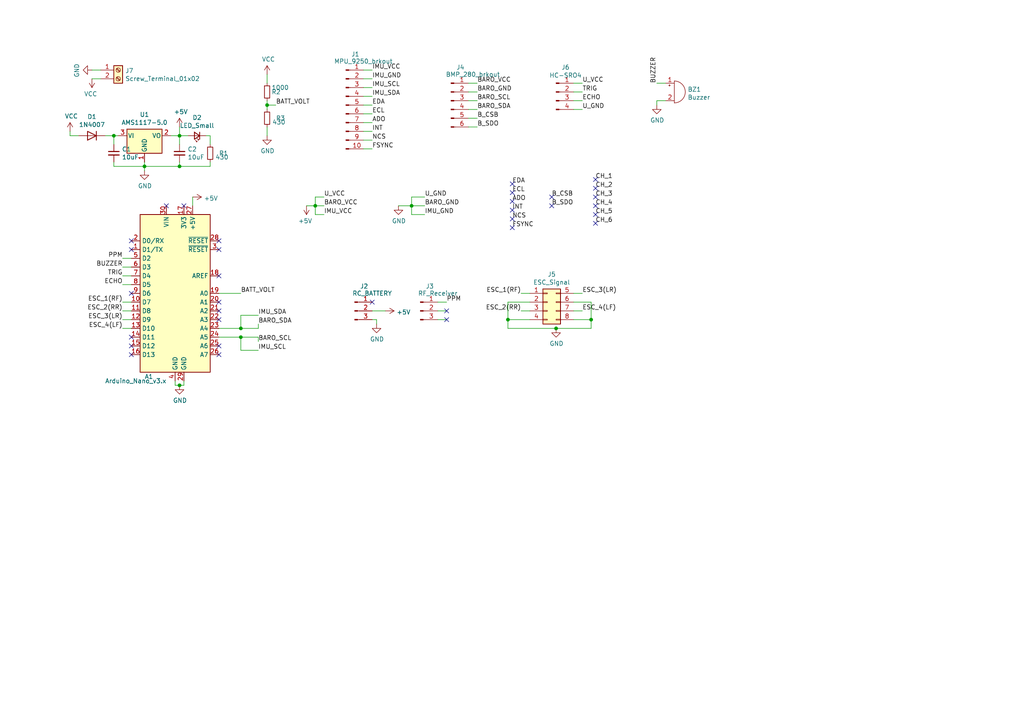
<source format=kicad_sch>
(kicad_sch (version 20211123) (generator eeschema)
  (paper "A4")
  (lib_symbols
    (symbol "Connector:Conn_01x03_Male" (pin_names (offset 1.016) hide)
      (property "Reference" "J" (at 0 5.08 0))
      (property "Value" "Conn_01x03_Male" (at 0 -5.08 0))
      (symbol "Conn_01x03_Male_1_1"
        (polyline (pts (xy 1.27 -2.54) (xy 0.8636 -2.54)) (stroke (width 0.1524)))
        (polyline (pts (xy 1.27 0) (xy 0.8636 0)) (stroke (width 0.1524)))
        (polyline (pts (xy 1.27 2.54) (xy 0.8636 2.54)) (stroke (width 0.1524)))
        (rectangle (start 0.8636 -2.413) (end 0 -2.667) (stroke (width 0.1524)) (fill (type outline)))
        (rectangle (start 0.8636 0.127) (end 0 -0.127) (stroke (width 0.1524)) (fill (type outline)))
        (rectangle (start 0.8636 2.667) (end 0 2.413) (stroke (width 0.1524)) (fill (type outline)))
        (pin passive line (at 5.08 2.54 180) (length 3.81) (name "Pin_1") (number "1"))
        (pin passive line (at 5.08 0 180) (length 3.81) (name "Pin_2") (number "2"))
        (pin passive line (at 5.08 -2.54 180) (length 3.81) (name "Pin_3") (number "3"))
      )
    )
    (symbol "Connector:Conn_01x04_Male" (pin_names (offset 1.016) hide)
      (property "Reference" "J" (at 0 5.08 0))
      (property "Value" "Conn_01x04_Male" (at 0 -7.62 0))
      (symbol "Conn_01x04_Male_1_1"
        (polyline (pts (xy 1.27 -5.08) (xy 0.8636 -5.08)) (stroke (width 0.1524)))
        (polyline (pts (xy 1.27 -2.54) (xy 0.8636 -2.54)) (stroke (width 0.1524)))
        (polyline (pts (xy 1.27 0) (xy 0.8636 0)) (stroke (width 0.1524)))
        (polyline (pts (xy 1.27 2.54) (xy 0.8636 2.54)) (stroke (width 0.1524)))
        (rectangle (start 0.8636 -4.953) (end 0 -5.207) (stroke (width 0.1524)) (fill (type outline)))
        (rectangle (start 0.8636 -2.413) (end 0 -2.667) (stroke (width 0.1524)) (fill (type outline)))
        (rectangle (start 0.8636 0.127) (end 0 -0.127) (stroke (width 0.1524)) (fill (type outline)))
        (rectangle (start 0.8636 2.667) (end 0 2.413) (stroke (width 0.1524)) (fill (type outline)))
        (pin passive line (at 5.08 2.54 180) (length 3.81) (name "Pin_1") (number "1"))
        (pin passive line (at 5.08 0 180) (length 3.81) (name "Pin_2") (number "2"))
        (pin passive line (at 5.08 -2.54 180) (length 3.81) (name "Pin_3") (number "3"))
        (pin passive line (at 5.08 -5.08 180) (length 3.81) (name "Pin_4") (number "4"))
      )
    )
    (symbol "Connector:Conn_01x06_Male" (pin_names (offset 1.016) hide)
      (property "Reference" "J" (at 0 7.62 0))
      (property "Value" "Conn_01x06_Male" (at 0 -10.16 0))
      (symbol "Conn_01x06_Male_1_1"
        (polyline (pts (xy 1.27 -7.62) (xy 0.8636 -7.62)) (stroke (width 0.1524)))
        (polyline (pts (xy 1.27 -5.08) (xy 0.8636 -5.08)) (stroke (width 0.1524)))
        (polyline (pts (xy 1.27 -2.54) (xy 0.8636 -2.54)) (stroke (width 0.1524)))
        (polyline (pts (xy 1.27 0) (xy 0.8636 0)) (stroke (width 0.1524)))
        (polyline (pts (xy 1.27 2.54) (xy 0.8636 2.54)) (stroke (width 0.1524)))
        (polyline (pts (xy 1.27 5.08) (xy 0.8636 5.08)) (stroke (width 0.1524)))
        (rectangle (start 0.8636 -7.493) (end 0 -7.747) (stroke (width 0.1524)) (fill (type outline)))
        (rectangle (start 0.8636 -4.953) (end 0 -5.207) (stroke (width 0.1524)) (fill (type outline)))
        (rectangle (start 0.8636 -2.413) (end 0 -2.667) (stroke (width 0.1524)) (fill (type outline)))
        (rectangle (start 0.8636 0.127) (end 0 -0.127) (stroke (width 0.1524)) (fill (type outline)))
        (rectangle (start 0.8636 2.667) (end 0 2.413) (stroke (width 0.1524)) (fill (type outline)))
        (rectangle (start 0.8636 5.207) (end 0 4.953) (stroke (width 0.1524)) (fill (type outline)))
        (pin passive line (at 5.08 5.08 180) (length 3.81) (name "Pin_1") (number "1"))
        (pin passive line (at 5.08 2.54 180) (length 3.81) (name "Pin_2") (number "2"))
        (pin passive line (at 5.08 0 180) (length 3.81) (name "Pin_3") (number "3"))
        (pin passive line (at 5.08 -2.54 180) (length 3.81) (name "Pin_4") (number "4"))
        (pin passive line (at 5.08 -5.08 180) (length 3.81) (name "Pin_5") (number "5"))
        (pin passive line (at 5.08 -7.62 180) (length 3.81) (name "Pin_6") (number "6"))
      )
    )
    (symbol "Connector:Conn_01x10_Male" (pin_names (offset 1.016) hide)
      (property "Reference" "J" (at 0 12.7 0))
      (property "Value" "Conn_01x10_Male" (at 0 -15.24 0))
      (symbol "Conn_01x10_Male_1_1"
        (polyline (pts (xy 1.27 -12.7) (xy 0.8636 -12.7)) (stroke (width 0.1524)))
        (polyline (pts (xy 1.27 -10.16) (xy 0.8636 -10.16)) (stroke (width 0.1524)))
        (polyline (pts (xy 1.27 -7.62) (xy 0.8636 -7.62)) (stroke (width 0.1524)))
        (polyline (pts (xy 1.27 -5.08) (xy 0.8636 -5.08)) (stroke (width 0.1524)))
        (polyline (pts (xy 1.27 -2.54) (xy 0.8636 -2.54)) (stroke (width 0.1524)))
        (polyline (pts (xy 1.27 0) (xy 0.8636 0)) (stroke (width 0.1524)))
        (polyline (pts (xy 1.27 2.54) (xy 0.8636 2.54)) (stroke (width 0.1524)))
        (polyline (pts (xy 1.27 5.08) (xy 0.8636 5.08)) (stroke (width 0.1524)))
        (polyline (pts (xy 1.27 7.62) (xy 0.8636 7.62)) (stroke (width 0.1524)))
        (polyline (pts (xy 1.27 10.16) (xy 0.8636 10.16)) (stroke (width 0.1524)))
        (rectangle (start 0.8636 -12.573) (end 0 -12.827) (stroke (width 0.1524)) (fill (type outline)))
        (rectangle (start 0.8636 -10.033) (end 0 -10.287) (stroke (width 0.1524)) (fill (type outline)))
        (rectangle (start 0.8636 -7.493) (end 0 -7.747) (stroke (width 0.1524)) (fill (type outline)))
        (rectangle (start 0.8636 -4.953) (end 0 -5.207) (stroke (width 0.1524)) (fill (type outline)))
        (rectangle (start 0.8636 -2.413) (end 0 -2.667) (stroke (width 0.1524)) (fill (type outline)))
        (rectangle (start 0.8636 0.127) (end 0 -0.127) (stroke (width 0.1524)) (fill (type outline)))
        (rectangle (start 0.8636 2.667) (end 0 2.413) (stroke (width 0.1524)) (fill (type outline)))
        (rectangle (start 0.8636 5.207) (end 0 4.953) (stroke (width 0.1524)) (fill (type outline)))
        (rectangle (start 0.8636 7.747) (end 0 7.493) (stroke (width 0.1524)) (fill (type outline)))
        (rectangle (start 0.8636 10.287) (end 0 10.033) (stroke (width 0.1524)) (fill (type outline)))
        (pin passive line (at 5.08 10.16 180) (length 3.81) (name "Pin_1") (number "1"))
        (pin passive line (at 5.08 -12.7 180) (length 3.81) (name "Pin_10") (number "10"))
        (pin passive line (at 5.08 7.62 180) (length 3.81) (name "Pin_2") (number "2"))
        (pin passive line (at 5.08 5.08 180) (length 3.81) (name "Pin_3") (number "3"))
        (pin passive line (at 5.08 2.54 180) (length 3.81) (name "Pin_4") (number "4"))
        (pin passive line (at 5.08 0 180) (length 3.81) (name "Pin_5") (number "5"))
        (pin passive line (at 5.08 -2.54 180) (length 3.81) (name "Pin_6") (number "6"))
        (pin passive line (at 5.08 -5.08 180) (length 3.81) (name "Pin_7") (number "7"))
        (pin passive line (at 5.08 -7.62 180) (length 3.81) (name "Pin_8") (number "8"))
        (pin passive line (at 5.08 -10.16 180) (length 3.81) (name "Pin_9") (number "9"))
      )
    )
    (symbol "Connector:Screw_Terminal_01x02" (pin_names (offset 1.016) hide)
      (property "Reference" "J" (at 0 2.54 0))
      (property "Value" "Screw_Terminal_01x02" (at 0 -5.08 0))
      (symbol "Screw_Terminal_01x02_1_1"
        (rectangle (start -1.27 1.27) (end 1.27 -3.81) (stroke (width 0.254)) (fill (type background)))
        (circle (center 0 -2.54) (radius 0.635) (stroke (width 0.1524)))
        (polyline (pts (xy -0.5334 -2.2098) (xy 0.3302 -3.048)) (stroke (width 0.1524)))
        (polyline (pts (xy -0.5334 0.3302) (xy 0.3302 -0.508)) (stroke (width 0.1524)))
        (polyline (pts (xy -0.3556 -2.032) (xy 0.508 -2.8702)) (stroke (width 0.1524)))
        (polyline (pts (xy -0.3556 0.508) (xy 0.508 -0.3302)) (stroke (width 0.1524)))
        (circle (center 0 0) (radius 0.635) (stroke (width 0.1524)))
        (pin passive line (at -5.08 0 0) (length 3.81) (name "Pin_1") (number "1"))
        (pin passive line (at -5.08 -2.54 0) (length 3.81) (name "Pin_2") (number "2"))
      )
    )
    (symbol "Connector_Generic:Conn_02x04_Top_Bottom" (pin_names (offset 1.016) hide)
      (property "Reference" "J" (at 1.27 5.08 0))
      (property "Value" "Conn_02x04_Top_Bottom" (at 1.27 -7.62 0))
      (symbol "Conn_02x04_Top_Bottom_1_1"
        (rectangle (start -1.27 -4.953) (end 0 -5.207) (stroke (width 0.1524)))
        (rectangle (start -1.27 -2.413) (end 0 -2.667) (stroke (width 0.1524)))
        (rectangle (start -1.27 0.127) (end 0 -0.127) (stroke (width 0.1524)))
        (rectangle (start -1.27 2.667) (end 0 2.413) (stroke (width 0.1524)))
        (rectangle (start -1.27 3.81) (end 3.81 -6.35) (stroke (width 0.254)) (fill (type background)))
        (rectangle (start 3.81 -4.953) (end 2.54 -5.207) (stroke (width 0.1524)))
        (rectangle (start 3.81 -2.413) (end 2.54 -2.667) (stroke (width 0.1524)))
        (rectangle (start 3.81 0.127) (end 2.54 -0.127) (stroke (width 0.1524)))
        (rectangle (start 3.81 2.667) (end 2.54 2.413) (stroke (width 0.1524)))
        (pin passive line (at -5.08 2.54 0) (length 3.81) (name "Pin_1") (number "1"))
        (pin passive line (at -5.08 0 0) (length 3.81) (name "Pin_2") (number "2"))
        (pin passive line (at -5.08 -2.54 0) (length 3.81) (name "Pin_3") (number "3"))
        (pin passive line (at -5.08 -5.08 0) (length 3.81) (name "Pin_4") (number "4"))
        (pin passive line (at 7.62 2.54 180) (length 3.81) (name "Pin_5") (number "5"))
        (pin passive line (at 7.62 0 180) (length 3.81) (name "Pin_6") (number "6"))
        (pin passive line (at 7.62 -2.54 180) (length 3.81) (name "Pin_7") (number "7"))
        (pin passive line (at 7.62 -5.08 180) (length 3.81) (name "Pin_8") (number "8"))
      )
    )
    (symbol "Device:Buzzer" (pin_names (offset 0.0254) hide)
      (property "Reference" "BZ" (at 3.81 1.27 0))
      (property "Value" "Buzzer" (at 3.81 -1.27 0))
      (symbol "Buzzer_0_1"
        (arc (start 0 -3.175) (mid 3.175 0) (end 0 3.175))
        (polyline (pts (xy -1.651 1.905) (xy -1.143 1.905)))
        (polyline (pts (xy -1.397 2.159) (xy -1.397 1.651)))
        (polyline (pts (xy 0 3.175) (xy 0 -3.175)))
      )
      (symbol "Buzzer_1_1"
        (pin passive line (at -2.54 2.54 0) (length 2.54) (name "-") (number "1"))
        (pin passive line (at -2.54 -2.54 0) (length 2.54) (name "+") (number "2"))
      )
    )
    (symbol "Device:C_Small" (pin_numbers hide) (pin_names (offset 0.254) hide)
      (property "Reference" "C" (at 0.254 1.778 0))
      (property "Value" "C_Small" (at 0.254 -2.032 0))
      (symbol "C_Small_0_1"
        (polyline (pts (xy -1.524 -0.508) (xy 1.524 -0.508)) (stroke (width 0.3302)))
        (polyline (pts (xy -1.524 0.508) (xy 1.524 0.508)) (stroke (width 0.3048)))
      )
      (symbol "C_Small_1_1"
        (pin passive line (at 0 2.54 270) (length 2.032) (name "~") (number "1"))
        (pin passive line (at 0 -2.54 90) (length 2.032) (name "~") (number "2"))
      )
    )
    (symbol "Device:LED_Small" (pin_numbers hide) (pin_names (offset 0.254) hide)
      (property "Reference" "D" (at -1.27 3.175 0))
      (property "Value" "LED_Small" (at -4.445 -2.54 0))
      (symbol "LED_Small_0_1"
        (polyline (pts (xy -0.762 -1.016) (xy -0.762 1.016)) (stroke (width 0.254)))
        (polyline (pts (xy 1.016 0) (xy -0.762 0)))
        (polyline (pts (xy 0.762 -1.016) (xy -0.762 0) (xy 0.762 1.016) (xy 0.762 -1.016)) (stroke (width 0.254)))
        (polyline (pts (xy 0 0.762) (xy -0.508 1.27) (xy -0.254 1.27) (xy -0.508 1.27) (xy -0.508 1.016)))
        (polyline (pts (xy 0.508 1.27) (xy 0 1.778) (xy 0.254 1.778) (xy 0 1.778) (xy 0 1.524)))
      )
      (symbol "LED_Small_1_1"
        (pin passive line (at -2.54 0 0) (length 1.778) (name "K") (number "1"))
        (pin passive line (at 2.54 0 180) (length 1.778) (name "A") (number "2"))
      )
    )
    (symbol "Device:R_Small" (pin_numbers hide) (pin_names (offset 0.254) hide)
      (property "Reference" "R" (at 0.762 0.508 0))
      (property "Value" "R_Small" (at 0.762 -1.016 0))
      (symbol "R_Small_0_1"
        (rectangle (start -0.762 1.778) (end 0.762 -1.778) (stroke (width 0.2032)))
      )
      (symbol "R_Small_1_1"
        (pin passive line (at 0 2.54 270) (length 0.762) (name "~") (number "1"))
        (pin passive line (at 0 -2.54 90) (length 0.762) (name "~") (number "2"))
      )
    )
    (symbol "Diode:1N4007" (pin_numbers hide) (pin_names (offset 1.016) hide)
      (property "Reference" "D" (at 0 2.54 0))
      (property "Value" "1N4007" (at 0 -2.54 0))
      (symbol "1N4007_0_1"
        (polyline (pts (xy -1.27 1.27) (xy -1.27 -1.27)) (stroke (width 0.254)))
        (polyline (pts (xy 1.27 0) (xy -1.27 0)))
        (polyline (pts (xy 1.27 1.27) (xy 1.27 -1.27) (xy -1.27 0) (xy 1.27 1.27)) (stroke (width 0.254)))
      )
      (symbol "1N4007_1_1"
        (pin passive line (at -3.81 0 0) (length 2.54) (name "K") (number "1"))
        (pin passive line (at 3.81 0 180) (length 2.54) (name "A") (number "2"))
      )
    )
    (symbol "MCU_Module:Arduino_Nano_v3.x"
      (property "Reference" "A" (at -10.16 23.495 0))
      (property "Value" "Arduino_Nano_v3.x" (at 5.08 -24.13 0))
      (symbol "Arduino_Nano_v3.x_0_1"
        (rectangle (start -10.16 22.86) (end 10.16 -22.86) (stroke (width 0.254)) (fill (type background)))
      )
      (symbol "Arduino_Nano_v3.x_1_1"
        (pin bidirectional line (at -12.7 12.7 0) (length 2.54) (name "D1/TX") (number "1"))
        (pin bidirectional line (at -12.7 -2.54 0) (length 2.54) (name "D7") (number "10"))
        (pin bidirectional line (at -12.7 -5.08 0) (length 2.54) (name "D8") (number "11"))
        (pin bidirectional line (at -12.7 -7.62 0) (length 2.54) (name "D9") (number "12"))
        (pin bidirectional line (at -12.7 -10.16 0) (length 2.54) (name "D10") (number "13"))
        (pin bidirectional line (at -12.7 -12.7 0) (length 2.54) (name "D11") (number "14"))
        (pin bidirectional line (at -12.7 -15.24 0) (length 2.54) (name "D12") (number "15"))
        (pin bidirectional line (at -12.7 -17.78 0) (length 2.54) (name "D13") (number "16"))
        (pin power_out line (at 2.54 25.4 270) (length 2.54) (name "3V3") (number "17"))
        (pin input line (at 12.7 5.08 180) (length 2.54) (name "AREF") (number "18"))
        (pin bidirectional line (at 12.7 0 180) (length 2.54) (name "A0") (number "19"))
        (pin bidirectional line (at -12.7 15.24 0) (length 2.54) (name "D0/RX") (number "2"))
        (pin bidirectional line (at 12.7 -2.54 180) (length 2.54) (name "A1") (number "20"))
        (pin bidirectional line (at 12.7 -5.08 180) (length 2.54) (name "A2") (number "21"))
        (pin bidirectional line (at 12.7 -7.62 180) (length 2.54) (name "A3") (number "22"))
        (pin bidirectional line (at 12.7 -10.16 180) (length 2.54) (name "A4") (number "23"))
        (pin bidirectional line (at 12.7 -12.7 180) (length 2.54) (name "A5") (number "24"))
        (pin bidirectional line (at 12.7 -15.24 180) (length 2.54) (name "A6") (number "25"))
        (pin bidirectional line (at 12.7 -17.78 180) (length 2.54) (name "A7") (number "26"))
        (pin power_out line (at 5.08 25.4 270) (length 2.54) (name "+5V") (number "27"))
        (pin input line (at 12.7 15.24 180) (length 2.54) (name "~{RESET}") (number "28"))
        (pin power_in line (at 2.54 -25.4 90) (length 2.54) (name "GND") (number "29"))
        (pin input line (at 12.7 12.7 180) (length 2.54) (name "~{RESET}") (number "3"))
        (pin power_in line (at -2.54 25.4 270) (length 2.54) (name "VIN") (number "30"))
        (pin power_in line (at 0 -25.4 90) (length 2.54) (name "GND") (number "4"))
        (pin bidirectional line (at -12.7 10.16 0) (length 2.54) (name "D2") (number "5"))
        (pin bidirectional line (at -12.7 7.62 0) (length 2.54) (name "D3") (number "6"))
        (pin bidirectional line (at -12.7 5.08 0) (length 2.54) (name "D4") (number "7"))
        (pin bidirectional line (at -12.7 2.54 0) (length 2.54) (name "D5") (number "8"))
        (pin bidirectional line (at -12.7 0 0) (length 2.54) (name "D6") (number "9"))
      )
    )
    (symbol "Regulator_Linear:AMS1117-5.0" (pin_names (offset 0.254))
      (property "Reference" "U" (at -3.81 3.175 0))
      (property "Value" "AMS1117-5.0" (at 0 3.175 0))
      (symbol "AMS1117-5.0_0_1"
        (rectangle (start -5.08 -5.08) (end 5.08 1.905) (stroke (width 0.254)) (fill (type background)))
      )
      (symbol "AMS1117-5.0_1_1"
        (pin power_in line (at 0 -7.62 90) (length 2.54) (name "GND") (number "1"))
        (pin power_out line (at 7.62 0 180) (length 2.54) (name "VO") (number "2"))
        (pin power_in line (at -7.62 0 0) (length 2.54) (name "VI") (number "3"))
      )
    )
    (symbol "power:+5V" (power) (pin_names (offset 0))
      (property "Value" "+5V" (at 0 3.556 0))
      (symbol "+5V_0_1"
        (polyline (pts (xy -0.762 1.27) (xy 0 2.54)))
        (polyline (pts (xy 0 0) (xy 0 2.54)))
        (polyline (pts (xy 0 2.54) (xy 0.762 1.27)))
      )
      (symbol "+5V_1_1"
        (pin power_in line (at 0 0 90) (length 0) hide (name "+5V") (number "1"))
      )
    )
    (symbol "power:GND" (power) (pin_names (offset 0))
      (property "Value" "GND" (at 0 -3.81 0))
      (symbol "GND_0_1"
        (polyline (pts (xy 0 0) (xy 0 -1.27) (xy 1.27 -1.27) (xy 0 -2.54) (xy -1.27 -1.27) (xy 0 -1.27)))
      )
      (symbol "GND_1_1"
        (pin power_in line (at 0 0 270) (length 0) hide (name "GND") (number "1"))
      )
    )
    (symbol "power:VCC" (power) (pin_names (offset 0))
      (property "Value" "VCC" (at 0 3.81 0))
      (symbol "VCC_0_1"
        (polyline (pts (xy -0.762 1.27) (xy 0 2.54)))
        (polyline (pts (xy 0 0) (xy 0 2.54)))
        (polyline (pts (xy 0 2.54) (xy 0.762 1.27)))
      )
      (symbol "VCC_1_1"
        (pin power_in line (at 0 0 90) (length 0) hide (name "VCC") (number "1"))
      )
    )
  )
  (junction (at 69.85 95.25))
  (junction (at 91.44 59.69))
  (junction (at 52.07 48.26))
  (junction (at 171.45 92.71))
  (junction (at 52.07 111.76))
  (junction (at 77.47 30.48))
  (junction (at 147.32 92.71))
  (junction (at 52.07 39.37))
  (junction (at 119.38 59.69))
  (junction (at 33.02 39.37))
  (junction (at 41.91 48.26))
  (junction (at 161.29 95.25))
  (junction (at 69.85 97.79))
  (no_connect (at 160.02 59.69))
  (no_connect (at 63.5 92.71))
  (no_connect (at 148.59 66.04))
  (no_connect (at 172.72 59.69))
  (no_connect (at 107.95 87.63))
  (no_connect (at 63.5 100.33))
  (no_connect (at 48.26 59.69))
  (no_connect (at 172.72 54.61))
  (no_connect (at 63.5 102.87))
  (no_connect (at 160.02 57.15))
  (no_connect (at 148.59 63.5))
  (no_connect (at 53.34 59.69))
  (no_connect (at 129.54 90.17))
  (no_connect (at 148.59 53.34))
  (no_connect (at 172.72 62.23))
  (no_connect (at 38.1 85.09))
  (no_connect (at 38.1 72.39))
  (no_connect (at 63.5 90.17))
  (no_connect (at 172.72 64.77))
  (no_connect (at 38.1 100.33))
  (no_connect (at 63.5 80.01))
  (no_connect (at 148.59 60.96))
  (no_connect (at 148.59 58.42))
  (no_connect (at 172.72 52.07))
  (no_connect (at 38.1 69.85))
  (no_connect (at 38.1 102.87))
  (no_connect (at 148.59 55.88))
  (no_connect (at 63.5 72.39))
  (no_connect (at 38.1 97.79))
  (no_connect (at 172.72 57.15))
  (no_connect (at 63.5 87.63))
  (no_connect (at 129.54 92.71))
  (no_connect (at 63.5 69.85))
  (wire (pts (xy 166.37 26.67) (xy 168.91 26.67)))
  (wire (pts (xy 147.32 87.63) (xy 153.67 87.63)))
  (wire (pts (xy 147.32 92.71) (xy 153.67 92.71)))
  (wire (pts (xy 93.98 62.23) (xy 91.44 62.23)))
  (wire (pts (xy 33.02 46.99) (xy 33.02 48.26)))
  (wire (pts (xy 63.5 95.25) (xy 69.85 95.25)))
  (wire (pts (xy 119.38 57.15) (xy 119.38 59.69)))
  (wire (pts (xy 91.44 59.69) (xy 93.98 59.69)))
  (wire (pts (xy 26.67 20.32) (xy 29.21 20.32)))
  (wire (pts (xy 105.41 25.4) (xy 107.95 25.4)))
  (wire (pts (xy 135.89 31.75) (xy 138.43 31.75)))
  (wire (pts (xy 35.56 74.93) (xy 38.1 74.93)))
  (wire (pts (xy 69.85 101.6) (xy 69.85 97.79)))
  (wire (pts (xy 74.93 101.6) (xy 69.85 101.6)))
  (wire (pts (xy 107.95 90.17) (xy 111.76 90.17)))
  (wire (pts (xy 35.56 92.71) (xy 38.1 92.71)))
  (wire (pts (xy 105.41 20.32) (xy 107.95 20.32)))
  (wire (pts (xy 34.29 39.37) (xy 33.02 39.37)))
  (wire (pts (xy 35.56 87.63) (xy 38.1 87.63)))
  (wire (pts (xy 60.96 39.37) (xy 59.69 39.37)))
  (wire (pts (xy 49.53 39.37) (xy 52.07 39.37)))
  (wire (pts (xy 60.96 41.91) (xy 60.96 39.37)))
  (wire (pts (xy 20.32 39.37) (xy 22.86 39.37)))
  (wire (pts (xy 41.91 49.53) (xy 41.91 48.26)))
  (wire (pts (xy 41.91 48.26) (xy 52.07 48.26)))
  (wire (pts (xy 35.56 80.01) (xy 38.1 80.01)))
  (wire (pts (xy 33.02 41.91) (xy 33.02 39.37)))
  (wire (pts (xy 166.37 90.17) (xy 168.91 90.17)))
  (wire (pts (xy 127 90.17) (xy 129.54 90.17)))
  (wire (pts (xy 63.5 97.79) (xy 69.85 97.79)))
  (wire (pts (xy 77.47 36.83) (xy 77.47 39.37)))
  (wire (pts (xy 135.89 29.21) (xy 138.43 29.21)))
  (wire (pts (xy 74.93 91.44) (xy 69.85 91.44)))
  (wire (pts (xy 53.34 111.76) (xy 52.07 111.76)))
  (wire (pts (xy 77.47 21.59) (xy 77.47 24.13)))
  (wire (pts (xy 166.37 87.63) (xy 171.45 87.63)))
  (wire (pts (xy 193.04 29.21) (xy 190.5 29.21)))
  (wire (pts (xy 105.41 33.02) (xy 107.95 33.02)))
  (wire (pts (xy 166.37 31.75) (xy 168.91 31.75)))
  (wire (pts (xy 50.8 110.49) (xy 50.8 111.76)))
  (wire (pts (xy 135.89 26.67) (xy 138.43 26.67)))
  (wire (pts (xy 190.5 29.21) (xy 190.5 30.48)))
  (wire (pts (xy 91.44 57.15) (xy 91.44 59.69)))
  (wire (pts (xy 135.89 36.83) (xy 138.43 36.83)))
  (wire (pts (xy 166.37 29.21) (xy 168.91 29.21)))
  (wire (pts (xy 135.89 24.13) (xy 138.43 24.13)))
  (wire (pts (xy 105.41 30.48) (xy 107.95 30.48)))
  (wire (pts (xy 20.32 38.1) (xy 20.32 39.37)))
  (wire (pts (xy 123.19 57.15) (xy 119.38 57.15)))
  (wire (pts (xy 193.04 24.13) (xy 190.5 24.13)))
  (wire (pts (xy 105.41 40.64) (xy 107.95 40.64)))
  (wire (pts (xy 147.32 95.25) (xy 161.29 95.25)))
  (wire (pts (xy 69.85 97.79) (xy 74.93 97.79)))
  (wire (pts (xy 77.47 29.21) (xy 77.47 30.48)))
  (wire (pts (xy 171.45 92.71) (xy 171.45 95.25)))
  (wire (pts (xy 166.37 85.09) (xy 168.91 85.09)))
  (wire (pts (xy 135.89 34.29) (xy 138.43 34.29)))
  (wire (pts (xy 63.5 85.09) (xy 69.85 85.09)))
  (wire (pts (xy 127 87.63) (xy 129.54 87.63)))
  (wire (pts (xy 119.38 62.23) (xy 123.19 62.23)))
  (wire (pts (xy 30.48 39.37) (xy 33.02 39.37)))
  (wire (pts (xy 151.13 90.17) (xy 153.67 90.17)))
  (wire (pts (xy 119.38 59.69) (xy 115.57 59.69)))
  (wire (pts (xy 91.44 62.23) (xy 91.44 59.69)))
  (wire (pts (xy 105.41 22.86) (xy 107.95 22.86)))
  (wire (pts (xy 52.07 36.83) (xy 52.07 39.37)))
  (wire (pts (xy 60.96 48.26) (xy 52.07 48.26)))
  (wire (pts (xy 74.93 97.79) (xy 74.93 99.06)))
  (wire (pts (xy 80.01 30.48) (xy 77.47 30.48)))
  (wire (pts (xy 69.85 91.44) (xy 69.85 95.25)))
  (wire (pts (xy 52.07 41.91) (xy 52.07 39.37)))
  (wire (pts (xy 52.07 39.37) (xy 54.61 39.37)))
  (wire (pts (xy 171.45 95.25) (xy 161.29 95.25)))
  (wire (pts (xy 171.45 87.63) (xy 171.45 92.71)))
  (wire (pts (xy 55.88 57.15) (xy 55.88 59.69)))
  (wire (pts (xy 29.21 22.86) (xy 26.67 22.86)))
  (wire (pts (xy 60.96 46.99) (xy 60.96 48.26)))
  (wire (pts (xy 53.34 110.49) (xy 53.34 111.76)))
  (wire (pts (xy 105.41 43.18) (xy 107.95 43.18)))
  (wire (pts (xy 88.9 59.69) (xy 91.44 59.69)))
  (wire (pts (xy 166.37 24.13) (xy 168.91 24.13)))
  (wire (pts (xy 74.93 95.25) (xy 74.93 93.98)))
  (wire (pts (xy 109.22 92.71) (xy 109.22 93.98)))
  (wire (pts (xy 105.41 27.94) (xy 107.95 27.94)))
  (wire (pts (xy 147.32 92.71) (xy 147.32 95.25)))
  (wire (pts (xy 35.56 77.47) (xy 38.1 77.47)))
  (wire (pts (xy 105.41 35.56) (xy 107.95 35.56)))
  (wire (pts (xy 35.56 95.25) (xy 38.1 95.25)))
  (wire (pts (xy 107.95 92.71) (xy 109.22 92.71)))
  (wire (pts (xy 50.8 111.76) (xy 52.07 111.76)))
  (wire (pts (xy 52.07 48.26) (xy 52.07 46.99)))
  (wire (pts (xy 35.56 90.17) (xy 38.1 90.17)))
  (wire (pts (xy 93.98 57.15) (xy 91.44 57.15)))
  (wire (pts (xy 69.85 95.25) (xy 74.93 95.25)))
  (wire (pts (xy 171.45 92.71) (xy 166.37 92.71)))
  (wire (pts (xy 35.56 82.55) (xy 38.1 82.55)))
  (wire (pts (xy 33.02 48.26) (xy 41.91 48.26)))
  (wire (pts (xy 151.13 85.09) (xy 153.67 85.09)))
  (wire (pts (xy 147.32 87.63) (xy 147.32 92.71)))
  (wire (pts (xy 123.19 59.69) (xy 119.38 59.69)))
  (wire (pts (xy 127 92.71) (xy 129.54 92.71)))
  (wire (pts (xy 105.41 38.1) (xy 107.95 38.1)))
  (wire (pts (xy 41.91 46.99) (xy 41.91 48.26)))
  (wire (pts (xy 119.38 59.69) (xy 119.38 62.23)))
  (wire (pts (xy 77.47 30.48) (xy 77.47 31.75)))
  (label "FSYNC" (at 107.95 43.18 0))
  (label "TRIG" (at 168.91 26.67 0))
  (label "IMU_SDA" (at 74.93 91.44 0))
  (label "IMU_SCL" (at 107.95 25.4 0))
  (label "U_VCC" (at 168.91 24.13 0))
  (label "IMU_VCC" (at 93.98 62.23 0))
  (label "U_GND" (at 168.91 31.75 0))
  (label "ECL" (at 107.95 33.02 0))
  (label "BARO_SCL" (at 74.93 99.06 0))
  (label "BUZZER" (at 35.56 77.47 180))
  (label "IMU_GND" (at 107.95 22.86 0))
  (label "BARO_GND" (at 123.19 59.69 0))
  (label "ADO" (at 107.95 35.56 0))
  (label "ESC_3(LR)" (at 168.91 85.09 0))
  (label "BARO_VCC" (at 138.43 24.13 0))
  (label "PPM" (at 35.56 74.93 180))
  (label "BARO_SDA" (at 138.43 31.75 0))
  (label "IMU_SCL" (at 74.93 101.6 0))
  (label "ECL" (at 148.59 55.88 0))
  (label "U_GND" (at 123.19 57.15 0))
  (label "BATT_VOLT" (at 80.01 30.48 0))
  (label "PPM" (at 129.54 87.63 0))
  (label "B_CSB" (at 138.43 34.29 0))
  (label "ESC_4(LF)" (at 35.56 95.25 180))
  (label "IMU_GND" (at 123.19 62.23 0))
  (label "ESC_4(LF)" (at 168.91 90.17 0))
  (label "TRIG" (at 35.56 80.01 180))
  (label "B_SDO" (at 160.02 59.69 0))
  (label "NCS" (at 148.59 63.5 0))
  (label "IMU_VCC" (at 107.95 20.32 0))
  (label "IMU_SDA" (at 107.95 27.94 0))
  (label "CH_5" (at 172.72 62.23 0))
  (label "BUZZER" (at 190.5 24.13 90))
  (label "EDA" (at 148.59 53.34 0))
  (label "CH_6" (at 172.72 64.77 0))
  (label "ECHO" (at 168.91 29.21 0))
  (label "ESC_3(LR)" (at 35.56 92.71 180))
  (label "NCS" (at 107.95 40.64 0))
  (label "B_CSB" (at 160.02 57.15 0))
  (label "ECHO" (at 35.56 82.55 180))
  (label "BARO_VCC" (at 93.98 59.69 0))
  (label "EDA" (at 107.95 30.48 0))
  (label "BARO_SDA" (at 74.93 93.98 0))
  (label "CH_3" (at 172.72 57.15 0))
  (label "FSYNC" (at 148.59 66.04 0))
  (label "INT" (at 148.59 60.96 0))
  (label "ESC_1(RF)" (at 35.56 87.63 180))
  (label "ADO" (at 148.59 58.42 0))
  (label "ESC_2(RR)" (at 35.56 90.17 180))
  (label "CH_1" (at 172.72 52.07 0))
  (label "BARO_GND" (at 138.43 26.67 0))
  (label "ESC_1(RF)" (at 151.13 85.09 180))
  (label "B_SDO" (at 138.43 36.83 0))
  (label "CH_2" (at 172.72 54.61 0))
  (label "INT" (at 107.95 38.1 0))
  (label "CH_4" (at 172.72 59.69 0))
  (label "ESC_2(RR)" (at 151.13 90.17 180))
  (label "U_VCC" (at 93.98 57.15 0))
  (label "BATT_VOLT" (at 69.85 85.09 0))
  (label "BARO_SCL" (at 138.43 29.21 0))
  (symbol (lib_id "MCU_Module:Arduino_Nano_v3.x") (at 50.8 85.09 0) (unit 1)
    (property "Reference" "A1" (at 43.18 109.22 0))
    (property "Value" "Arduino_Nano_v3.x" (at 39.37 110.49 0))
    (property "Footprint" "Module:Arduino_Nano" (effects hide))
    (property "Datasheet" "http://www.mouser.com/pdfdocs/Gravitech_Arduino_Nano3_0.pdf" (effects hide))
  )
  (symbol (lib_id "Connector:Conn_01x10_Male") (at 100.33 30.48 0) (unit 1)
    (property "Reference" "J1" (at 103.0732 15.7226 0))
    (property "Value" "MPU_9250_brkout" (at 105.41 17.78 0))
    (property "Footprint" "Connector_PinSocket_2.54mm:PinSocket_1x10_P2.54mm_Vertical" (effects hide))
  )
  (symbol (lib_id "Connector:Conn_01x06_Male") (at 130.81 29.21 0) (unit 1)
    (property "Reference" "J4" (at 133.5532 19.5326 0))
    (property "Value" "BMP_280_brkout" (at 137.16 21.59 0))
    (property "Footprint" "Connector_PinSocket_2.54mm:PinSocket_1x06_P2.54mm_Vertical" (effects hide))
  )
  (symbol (lib_id "Regulator_Linear:AMS1117-5.0") (at 41.91 39.37 0) (unit 1)
    (property "Reference" "U1" (at 41.91 33.2232 0))
    (property "Value" "AMS1117-5.0" (at 41.91 35.5346 0))
    (property "Footprint" "Package_TO_SOT_SMD:SOT-223-3_TabPin2" (effects hide))
    (property "Datasheet" "http://www.advanced-monolithic.com/pdf/ds1117.pdf" (effects hide))
  )
  (symbol (lib_id "Device:C_Small") (at 33.02 44.45 0) (unit 1)
    (property "Reference" "C1" (at 35.3568 43.2816 0) (effects (justify left)))
    (property "Value" "10uF" (at 35.3568 45.593 0) (effects (justify left)))
    (property "Footprint" "Capacitor_THT:C_Radial_D5.0mm_H7.0mm_P2.00mm" (effects hide))
  )
  (symbol (lib_id "Device:C_Small") (at 52.07 44.45 0) (unit 1)
    (property "Reference" "C2" (at 54.4068 43.2816 0) (effects (justify left)))
    (property "Value" "10uF" (at 54.4068 45.593 0) (effects (justify left)))
    (property "Footprint" "Capacitor_THT:C_Radial_D5.0mm_H7.0mm_P2.00mm" (effects hide))
  )
  (symbol (lib_id "power:GND") (at 41.91 49.53 0) (unit 1)
    (property "Reference" "#PWR02" (effects hide))
    (property "Value" "GND" (at 42.037 53.9242 0))
  )
  (symbol (lib_id "Diode:1N4007") (at 26.67 39.37 180) (unit 1)
    (property "Reference" "D1" (at 26.67 33.8582 0))
    (property "Value" "1N4007" (at 26.67 36.1696 0))
    (property "Footprint" "Diode_THT:D_DO-41_SOD81_P10.16mm_Horizontal" (effects hide))
    (property "Datasheet" "http://www.vishay.com/docs/88503/1n4001.pdf" (effects hide))
  )
  (symbol (lib_id "Connector:Conn_01x04_Male") (at 161.29 26.67 0) (unit 1)
    (property "Reference" "J6" (at 164.0332 19.5326 0))
    (property "Value" "HC-SRO4" (at 164.0332 21.844 0))
    (property "Footprint" "Connector_PinHeader_2.54mm:PinHeader_1x04_P2.54mm_Vertical" (effects hide))
  )
  (symbol (lib_id "Device:LED_Small") (at 57.15 39.37 180) (unit 1)
    (property "Reference" "D2" (at 57.15 34.1122 0))
    (property "Value" "LED_Small" (at 57.15 36.4236 0))
    (property "Footprint" "LED_THT:LED_D5.0mm_Clear" (effects hide))
  )
  (symbol (lib_id "Device:R_Small") (at 60.96 44.45 0) (unit 1)
    (property "Reference" "R1" (at 63.5 44.45 0) (effects (justify left)))
    (property "Value" "430" (at 62.4586 45.593 0) (effects (justify left)))
    (property "Footprint" "Resistor_THT:R_Axial_DIN0411_L9.9mm_D3.6mm_P5.08mm_Vertical" (effects hide))
  )
  (symbol (lib_id "Device:Buzzer") (at 195.58 26.67 0) (unit 1)
    (property "Reference" "BZ1" (at 199.4408 25.9334 0) (effects (justify left)))
    (property "Value" "Buzzer" (at 199.4408 28.2448 0) (effects (justify left)))
    (property "Footprint" "Buzzer_Beeper:Buzzer_12x9.5RM7.6" (effects hide))
  )
  (symbol (lib_id "Device:R_Small") (at 77.47 26.67 0) (unit 1)
    (property "Reference" "R2" (at 78.74 26.67 0) (effects (justify left)))
    (property "Value" "1000" (at 78.74 25.4 0) (effects (justify left)))
    (property "Footprint" "Resistor_THT:R_Axial_DIN0411_L9.9mm_D3.6mm_P5.08mm_Vertical" (effects hide))
  )
  (symbol (lib_id "Device:R_Small") (at 77.47 34.29 0) (unit 1)
    (property "Reference" "R3" (at 80.01 34.29 0) (effects (justify left)))
    (property "Value" "430" (at 78.9686 35.433 0) (effects (justify left)))
    (property "Footprint" "Resistor_THT:R_Axial_DIN0411_L9.9mm_D3.6mm_P5.08mm_Vertical" (effects hide))
  )
  (symbol (lib_id "power:GND") (at 77.47 39.37 0) (unit 1)
    (property "Reference" "#PWR07" (effects hide))
    (property "Value" "GND" (at 77.597 43.7642 0))
  )
  (symbol (lib_id "power:VCC") (at 77.47 21.59 0) (unit 1)
    (property "Reference" "#PWR06" (effects hide))
    (property "Value" "VCC" (at 77.851 17.1958 0))
  )
  (symbol (lib_id "power:GND") (at 190.5 30.48 0) (unit 1)
    (property "Reference" "#PWR013" (effects hide))
    (property "Value" "GND" (at 190.627 34.8742 0))
  )
  (symbol (lib_id "Connector_Generic:Conn_02x04_Top_Bottom") (at 158.75 87.63 0) (unit 1)
    (property "Reference" "J5" (at 160.02 79.5782 0))
    (property "Value" "ESC_Signal" (at 160.02 81.8896 0))
    (property "Footprint" "Connector_PinSocket_2.54mm:PinSocket_2x04_P2.54mm_Vertical" (effects hide))
  )
  (symbol (lib_id "power:GND") (at 161.29 95.25 0) (unit 1)
    (property "Reference" "#PWR012" (effects hide))
    (property "Value" "GND" (at 161.417 99.6442 0))
  )
  (symbol (lib_id "power:VCC") (at 20.32 38.1 0) (unit 1)
    (property "Reference" "#PWR01" (effects hide))
    (property "Value" "VCC" (at 20.701 33.7058 0))
  )
  (symbol (lib_id "power:+5V") (at 52.07 36.83 0) (unit 1)
    (property "Reference" "#PWR03" (effects hide))
    (property "Value" "+5V" (at 52.451 32.4358 0))
  )
  (symbol (lib_id "power:GND") (at 52.07 111.76 0) (unit 1)
    (property "Reference" "#PWR04" (effects hide))
    (property "Value" "GND" (at 52.197 116.1542 0))
  )
  (symbol (lib_id "power:+5V") (at 55.88 57.15 270) (unit 1)
    (property "Reference" "#PWR05" (effects hide))
    (property "Value" "+5V" (at 59.1312 57.531 90) (effects (justify left)))
  )
  (symbol (lib_id "Connector:Conn_01x03_Male") (at 121.92 90.17 0) (unit 1)
    (property "Reference" "J3" (at 124.6632 83.0326 0))
    (property "Value" "RF_Receiver" (at 127 85.09 0))
    (property "Footprint" "Connector_PinSocket_2.54mm:PinSocket_1x03_P2.54mm_Horizontal" (effects hide))
  )
  (symbol (lib_id "Connector:Conn_01x03_Male") (at 102.87 90.17 0) (unit 1)
    (property "Reference" "J2" (at 105.6132 83.0326 0))
    (property "Value" "RC_BATTERY" (at 107.95 85.09 0))
    (property "Footprint" "Connector_PinSocket_2.54mm:PinSocket_1x03_P2.54mm_Horizontal" (effects hide))
  )
  (symbol (lib_id "power:+5V") (at 111.76 90.17 270) (unit 1)
    (property "Reference" "#PWR09" (effects hide))
    (property "Value" "+5V" (at 115.0112 90.551 90) (effects (justify left)))
  )
  (symbol (lib_id "power:GND") (at 109.22 93.98 0) (unit 1)
    (property "Reference" "#PWR010" (effects hide))
    (property "Value" "GND" (at 109.347 98.3742 0))
  )
  (symbol (lib_id "Connector:Screw_Terminal_01x02") (at 34.29 20.32 0) (unit 1)
    (property "Reference" "J7" (at 36.322 20.5232 0) (effects (justify left)))
    (property "Value" "Screw_Terminal_01x02" (at 36.322 22.8346 0) (effects (justify left)))
    (property "Footprint" "TerminalBlock:TerminalBlock_bornier-2_P5.08mm" (effects hide))
  )
  (symbol (lib_id "power:VCC") (at 26.67 22.86 180) (unit 1)
    (property "Reference" "#PWR014" (effects hide))
    (property "Value" "VCC" (at 26.289 27.2542 0))
  )
  (symbol (lib_id "power:GND") (at 26.67 20.32 270) (unit 1)
    (property "Reference" "#PWR015" (effects hide))
    (property "Value" "GND" (at 22.2758 20.447 0))
  )
  (symbol (lib_id "power:+5V") (at 88.9 59.69 180) (unit 1)
    (property "Reference" "#PWR08" (effects hide))
    (property "Value" "+5V" (at 88.519 64.0842 0))
  )
  (symbol (lib_id "power:GND") (at 115.57 59.69 0) (unit 1)
    (property "Reference" "#PWR011" (effects hide))
    (property "Value" "GND" (at 115.697 64.0842 0))
  )
)
</source>
